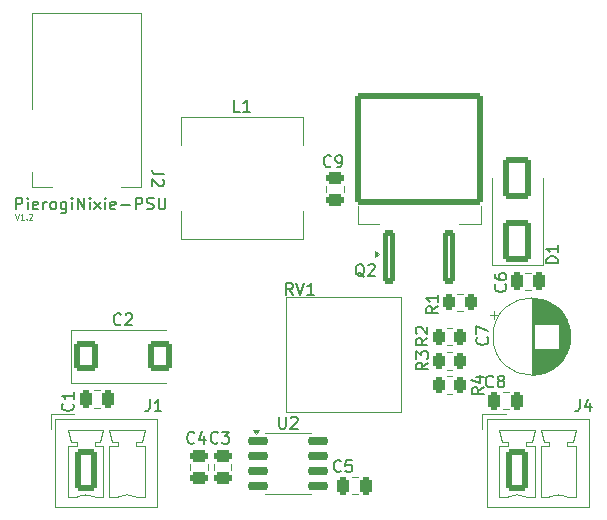
<source format=gto>
G04 #@! TF.GenerationSoftware,KiCad,Pcbnew,8.0.5*
G04 #@! TF.CreationDate,2025-01-03T23:13:30-05:00*
G04 #@! TF.ProjectId,PierogiNixiePSU,50696572-6f67-4694-9e69-786965505355,rev?*
G04 #@! TF.SameCoordinates,Original*
G04 #@! TF.FileFunction,Legend,Top*
G04 #@! TF.FilePolarity,Positive*
%FSLAX46Y46*%
G04 Gerber Fmt 4.6, Leading zero omitted, Abs format (unit mm)*
G04 Created by KiCad (PCBNEW 8.0.5) date 2025-01-03 23:13:30*
%MOMM*%
%LPD*%
G01*
G04 APERTURE LIST*
G04 Aperture macros list*
%AMRoundRect*
0 Rectangle with rounded corners*
0 $1 Rounding radius*
0 $2 $3 $4 $5 $6 $7 $8 $9 X,Y pos of 4 corners*
0 Add a 4 corners polygon primitive as box body*
4,1,4,$2,$3,$4,$5,$6,$7,$8,$9,$2,$3,0*
0 Add four circle primitives for the rounded corners*
1,1,$1+$1,$2,$3*
1,1,$1+$1,$4,$5*
1,1,$1+$1,$6,$7*
1,1,$1+$1,$8,$9*
0 Add four rect primitives between the rounded corners*
20,1,$1+$1,$2,$3,$4,$5,0*
20,1,$1+$1,$4,$5,$6,$7,0*
20,1,$1+$1,$6,$7,$8,$9,0*
20,1,$1+$1,$8,$9,$2,$3,0*%
G04 Aperture macros list end*
%ADD10C,0.200000*%
%ADD11C,0.100000*%
%ADD12C,0.150000*%
%ADD13C,0.120000*%
%ADD14RoundRect,0.250000X0.300000X-2.050000X0.300000X2.050000X-0.300000X2.050000X-0.300000X-2.050000X0*%
%ADD15RoundRect,0.250002X5.149998X-4.449998X5.149998X4.449998X-5.149998X4.449998X-5.149998X-4.449998X0*%
%ADD16C,3.500000*%
%ADD17R,3.175000X4.950000*%
%ADD18RoundRect,0.150000X-0.725000X-0.150000X0.725000X-0.150000X0.725000X0.150000X-0.725000X0.150000X0*%
%ADD19RoundRect,0.250000X-0.650000X-1.550000X0.650000X-1.550000X0.650000X1.550000X-0.650000X1.550000X0*%
%ADD20O,1.800000X3.600000*%
%ADD21RoundRect,0.250000X-0.475000X0.250000X-0.475000X-0.250000X0.475000X-0.250000X0.475000X0.250000X0*%
%ADD22RoundRect,0.250000X0.262500X0.450000X-0.262500X0.450000X-0.262500X-0.450000X0.262500X-0.450000X0*%
%ADD23RoundRect,0.250000X0.900000X-1.500000X0.900000X1.500000X-0.900000X1.500000X-0.900000X-1.500000X0*%
%ADD24R,4.500000X2.000000*%
%ADD25O,4.000000X2.000000*%
%ADD26O,2.000000X4.000000*%
%ADD27RoundRect,0.250000X0.250000X0.475000X-0.250000X0.475000X-0.250000X-0.475000X0.250000X-0.475000X0*%
%ADD28RoundRect,0.250000X-0.250000X-0.475000X0.250000X-0.475000X0.250000X0.475000X-0.250000X0.475000X0*%
%ADD29RoundRect,0.250000X-0.262500X-0.450000X0.262500X-0.450000X0.262500X0.450000X-0.262500X0.450000X0*%
%ADD30R,1.600000X1.600000*%
%ADD31C,1.600000*%
%ADD32C,1.440000*%
%ADD33RoundRect,0.250000X-0.787500X-1.025000X0.787500X-1.025000X0.787500X1.025000X-0.787500X1.025000X0*%
G04 APERTURE END LIST*
D10*
X21269673Y-32267219D02*
X21269673Y-31267219D01*
X21269673Y-31267219D02*
X21650625Y-31267219D01*
X21650625Y-31267219D02*
X21745863Y-31314838D01*
X21745863Y-31314838D02*
X21793482Y-31362457D01*
X21793482Y-31362457D02*
X21841101Y-31457695D01*
X21841101Y-31457695D02*
X21841101Y-31600552D01*
X21841101Y-31600552D02*
X21793482Y-31695790D01*
X21793482Y-31695790D02*
X21745863Y-31743409D01*
X21745863Y-31743409D02*
X21650625Y-31791028D01*
X21650625Y-31791028D02*
X21269673Y-31791028D01*
X22269673Y-32267219D02*
X22269673Y-31600552D01*
X22269673Y-31267219D02*
X22222054Y-31314838D01*
X22222054Y-31314838D02*
X22269673Y-31362457D01*
X22269673Y-31362457D02*
X22317292Y-31314838D01*
X22317292Y-31314838D02*
X22269673Y-31267219D01*
X22269673Y-31267219D02*
X22269673Y-31362457D01*
X23126815Y-32219600D02*
X23031577Y-32267219D01*
X23031577Y-32267219D02*
X22841101Y-32267219D01*
X22841101Y-32267219D02*
X22745863Y-32219600D01*
X22745863Y-32219600D02*
X22698244Y-32124361D01*
X22698244Y-32124361D02*
X22698244Y-31743409D01*
X22698244Y-31743409D02*
X22745863Y-31648171D01*
X22745863Y-31648171D02*
X22841101Y-31600552D01*
X22841101Y-31600552D02*
X23031577Y-31600552D01*
X23031577Y-31600552D02*
X23126815Y-31648171D01*
X23126815Y-31648171D02*
X23174434Y-31743409D01*
X23174434Y-31743409D02*
X23174434Y-31838647D01*
X23174434Y-31838647D02*
X22698244Y-31933885D01*
X23603006Y-32267219D02*
X23603006Y-31600552D01*
X23603006Y-31791028D02*
X23650625Y-31695790D01*
X23650625Y-31695790D02*
X23698244Y-31648171D01*
X23698244Y-31648171D02*
X23793482Y-31600552D01*
X23793482Y-31600552D02*
X23888720Y-31600552D01*
X24364911Y-32267219D02*
X24269673Y-32219600D01*
X24269673Y-32219600D02*
X24222054Y-32171980D01*
X24222054Y-32171980D02*
X24174435Y-32076742D01*
X24174435Y-32076742D02*
X24174435Y-31791028D01*
X24174435Y-31791028D02*
X24222054Y-31695790D01*
X24222054Y-31695790D02*
X24269673Y-31648171D01*
X24269673Y-31648171D02*
X24364911Y-31600552D01*
X24364911Y-31600552D02*
X24507768Y-31600552D01*
X24507768Y-31600552D02*
X24603006Y-31648171D01*
X24603006Y-31648171D02*
X24650625Y-31695790D01*
X24650625Y-31695790D02*
X24698244Y-31791028D01*
X24698244Y-31791028D02*
X24698244Y-32076742D01*
X24698244Y-32076742D02*
X24650625Y-32171980D01*
X24650625Y-32171980D02*
X24603006Y-32219600D01*
X24603006Y-32219600D02*
X24507768Y-32267219D01*
X24507768Y-32267219D02*
X24364911Y-32267219D01*
X25555387Y-31600552D02*
X25555387Y-32410076D01*
X25555387Y-32410076D02*
X25507768Y-32505314D01*
X25507768Y-32505314D02*
X25460149Y-32552933D01*
X25460149Y-32552933D02*
X25364911Y-32600552D01*
X25364911Y-32600552D02*
X25222054Y-32600552D01*
X25222054Y-32600552D02*
X25126816Y-32552933D01*
X25555387Y-32219600D02*
X25460149Y-32267219D01*
X25460149Y-32267219D02*
X25269673Y-32267219D01*
X25269673Y-32267219D02*
X25174435Y-32219600D01*
X25174435Y-32219600D02*
X25126816Y-32171980D01*
X25126816Y-32171980D02*
X25079197Y-32076742D01*
X25079197Y-32076742D02*
X25079197Y-31791028D01*
X25079197Y-31791028D02*
X25126816Y-31695790D01*
X25126816Y-31695790D02*
X25174435Y-31648171D01*
X25174435Y-31648171D02*
X25269673Y-31600552D01*
X25269673Y-31600552D02*
X25460149Y-31600552D01*
X25460149Y-31600552D02*
X25555387Y-31648171D01*
X26031578Y-32267219D02*
X26031578Y-31600552D01*
X26031578Y-31267219D02*
X25983959Y-31314838D01*
X25983959Y-31314838D02*
X26031578Y-31362457D01*
X26031578Y-31362457D02*
X26079197Y-31314838D01*
X26079197Y-31314838D02*
X26031578Y-31267219D01*
X26031578Y-31267219D02*
X26031578Y-31362457D01*
X26507768Y-32267219D02*
X26507768Y-31267219D01*
X26507768Y-31267219D02*
X27079196Y-32267219D01*
X27079196Y-32267219D02*
X27079196Y-31267219D01*
X27555387Y-32267219D02*
X27555387Y-31600552D01*
X27555387Y-31267219D02*
X27507768Y-31314838D01*
X27507768Y-31314838D02*
X27555387Y-31362457D01*
X27555387Y-31362457D02*
X27603006Y-31314838D01*
X27603006Y-31314838D02*
X27555387Y-31267219D01*
X27555387Y-31267219D02*
X27555387Y-31362457D01*
X27936339Y-32267219D02*
X28460148Y-31600552D01*
X27936339Y-31600552D02*
X28460148Y-32267219D01*
X28841101Y-32267219D02*
X28841101Y-31600552D01*
X28841101Y-31267219D02*
X28793482Y-31314838D01*
X28793482Y-31314838D02*
X28841101Y-31362457D01*
X28841101Y-31362457D02*
X28888720Y-31314838D01*
X28888720Y-31314838D02*
X28841101Y-31267219D01*
X28841101Y-31267219D02*
X28841101Y-31362457D01*
X29698243Y-32219600D02*
X29603005Y-32267219D01*
X29603005Y-32267219D02*
X29412529Y-32267219D01*
X29412529Y-32267219D02*
X29317291Y-32219600D01*
X29317291Y-32219600D02*
X29269672Y-32124361D01*
X29269672Y-32124361D02*
X29269672Y-31743409D01*
X29269672Y-31743409D02*
X29317291Y-31648171D01*
X29317291Y-31648171D02*
X29412529Y-31600552D01*
X29412529Y-31600552D02*
X29603005Y-31600552D01*
X29603005Y-31600552D02*
X29698243Y-31648171D01*
X29698243Y-31648171D02*
X29745862Y-31743409D01*
X29745862Y-31743409D02*
X29745862Y-31838647D01*
X29745862Y-31838647D02*
X29269672Y-31933885D01*
X30174434Y-31886266D02*
X30936339Y-31886266D01*
X31412529Y-32267219D02*
X31412529Y-31267219D01*
X31412529Y-31267219D02*
X31793481Y-31267219D01*
X31793481Y-31267219D02*
X31888719Y-31314838D01*
X31888719Y-31314838D02*
X31936338Y-31362457D01*
X31936338Y-31362457D02*
X31983957Y-31457695D01*
X31983957Y-31457695D02*
X31983957Y-31600552D01*
X31983957Y-31600552D02*
X31936338Y-31695790D01*
X31936338Y-31695790D02*
X31888719Y-31743409D01*
X31888719Y-31743409D02*
X31793481Y-31791028D01*
X31793481Y-31791028D02*
X31412529Y-31791028D01*
X32364910Y-32219600D02*
X32507767Y-32267219D01*
X32507767Y-32267219D02*
X32745862Y-32267219D01*
X32745862Y-32267219D02*
X32841100Y-32219600D01*
X32841100Y-32219600D02*
X32888719Y-32171980D01*
X32888719Y-32171980D02*
X32936338Y-32076742D01*
X32936338Y-32076742D02*
X32936338Y-31981504D01*
X32936338Y-31981504D02*
X32888719Y-31886266D01*
X32888719Y-31886266D02*
X32841100Y-31838647D01*
X32841100Y-31838647D02*
X32745862Y-31791028D01*
X32745862Y-31791028D02*
X32555386Y-31743409D01*
X32555386Y-31743409D02*
X32460148Y-31695790D01*
X32460148Y-31695790D02*
X32412529Y-31648171D01*
X32412529Y-31648171D02*
X32364910Y-31552933D01*
X32364910Y-31552933D02*
X32364910Y-31457695D01*
X32364910Y-31457695D02*
X32412529Y-31362457D01*
X32412529Y-31362457D02*
X32460148Y-31314838D01*
X32460148Y-31314838D02*
X32555386Y-31267219D01*
X32555386Y-31267219D02*
X32793481Y-31267219D01*
X32793481Y-31267219D02*
X32936338Y-31314838D01*
X33364910Y-31267219D02*
X33364910Y-32076742D01*
X33364910Y-32076742D02*
X33412529Y-32171980D01*
X33412529Y-32171980D02*
X33460148Y-32219600D01*
X33460148Y-32219600D02*
X33555386Y-32267219D01*
X33555386Y-32267219D02*
X33745862Y-32267219D01*
X33745862Y-32267219D02*
X33841100Y-32219600D01*
X33841100Y-32219600D02*
X33888719Y-32171980D01*
X33888719Y-32171980D02*
X33936338Y-32076742D01*
X33936338Y-32076742D02*
X33936338Y-31267219D01*
D11*
X21213408Y-32633609D02*
X21380074Y-33133609D01*
X21380074Y-33133609D02*
X21546741Y-32633609D01*
X21975312Y-33133609D02*
X21689598Y-33133609D01*
X21832455Y-33133609D02*
X21832455Y-32633609D01*
X21832455Y-32633609D02*
X21784836Y-32705038D01*
X21784836Y-32705038D02*
X21737217Y-32752657D01*
X21737217Y-32752657D02*
X21689598Y-32776466D01*
X22189597Y-33085990D02*
X22213407Y-33109800D01*
X22213407Y-33109800D02*
X22189597Y-33133609D01*
X22189597Y-33133609D02*
X22165788Y-33109800D01*
X22165788Y-33109800D02*
X22189597Y-33085990D01*
X22189597Y-33085990D02*
X22189597Y-33133609D01*
X22403883Y-32681228D02*
X22427692Y-32657419D01*
X22427692Y-32657419D02*
X22475311Y-32633609D01*
X22475311Y-32633609D02*
X22594359Y-32633609D01*
X22594359Y-32633609D02*
X22641978Y-32657419D01*
X22641978Y-32657419D02*
X22665787Y-32681228D01*
X22665787Y-32681228D02*
X22689597Y-32728847D01*
X22689597Y-32728847D02*
X22689597Y-32776466D01*
X22689597Y-32776466D02*
X22665787Y-32847895D01*
X22665787Y-32847895D02*
X22380073Y-33133609D01*
X22380073Y-33133609D02*
X22689597Y-33133609D01*
D12*
X50779761Y-37975057D02*
X50684523Y-37927438D01*
X50684523Y-37927438D02*
X50589285Y-37832200D01*
X50589285Y-37832200D02*
X50446428Y-37689342D01*
X50446428Y-37689342D02*
X50351190Y-37641723D01*
X50351190Y-37641723D02*
X50255952Y-37641723D01*
X50303571Y-37879819D02*
X50208333Y-37832200D01*
X50208333Y-37832200D02*
X50113095Y-37736961D01*
X50113095Y-37736961D02*
X50065476Y-37546485D01*
X50065476Y-37546485D02*
X50065476Y-37213152D01*
X50065476Y-37213152D02*
X50113095Y-37022676D01*
X50113095Y-37022676D02*
X50208333Y-36927438D01*
X50208333Y-36927438D02*
X50303571Y-36879819D01*
X50303571Y-36879819D02*
X50494047Y-36879819D01*
X50494047Y-36879819D02*
X50589285Y-36927438D01*
X50589285Y-36927438D02*
X50684523Y-37022676D01*
X50684523Y-37022676D02*
X50732142Y-37213152D01*
X50732142Y-37213152D02*
X50732142Y-37546485D01*
X50732142Y-37546485D02*
X50684523Y-37736961D01*
X50684523Y-37736961D02*
X50589285Y-37832200D01*
X50589285Y-37832200D02*
X50494047Y-37879819D01*
X50494047Y-37879819D02*
X50303571Y-37879819D01*
X51113095Y-36975057D02*
X51160714Y-36927438D01*
X51160714Y-36927438D02*
X51255952Y-36879819D01*
X51255952Y-36879819D02*
X51494047Y-36879819D01*
X51494047Y-36879819D02*
X51589285Y-36927438D01*
X51589285Y-36927438D02*
X51636904Y-36975057D01*
X51636904Y-36975057D02*
X51684523Y-37070295D01*
X51684523Y-37070295D02*
X51684523Y-37165533D01*
X51684523Y-37165533D02*
X51636904Y-37308390D01*
X51636904Y-37308390D02*
X51065476Y-37879819D01*
X51065476Y-37879819D02*
X51684523Y-37879819D01*
X40238333Y-23999819D02*
X39762143Y-23999819D01*
X39762143Y-23999819D02*
X39762143Y-22999819D01*
X41095476Y-23999819D02*
X40524048Y-23999819D01*
X40809762Y-23999819D02*
X40809762Y-22999819D01*
X40809762Y-22999819D02*
X40714524Y-23142676D01*
X40714524Y-23142676D02*
X40619286Y-23237914D01*
X40619286Y-23237914D02*
X40524048Y-23285533D01*
X43563095Y-49829819D02*
X43563095Y-50639342D01*
X43563095Y-50639342D02*
X43610714Y-50734580D01*
X43610714Y-50734580D02*
X43658333Y-50782200D01*
X43658333Y-50782200D02*
X43753571Y-50829819D01*
X43753571Y-50829819D02*
X43944047Y-50829819D01*
X43944047Y-50829819D02*
X44039285Y-50782200D01*
X44039285Y-50782200D02*
X44086904Y-50734580D01*
X44086904Y-50734580D02*
X44134523Y-50639342D01*
X44134523Y-50639342D02*
X44134523Y-49829819D01*
X44563095Y-49925057D02*
X44610714Y-49877438D01*
X44610714Y-49877438D02*
X44705952Y-49829819D01*
X44705952Y-49829819D02*
X44944047Y-49829819D01*
X44944047Y-49829819D02*
X45039285Y-49877438D01*
X45039285Y-49877438D02*
X45086904Y-49925057D01*
X45086904Y-49925057D02*
X45134523Y-50020295D01*
X45134523Y-50020295D02*
X45134523Y-50115533D01*
X45134523Y-50115533D02*
X45086904Y-50258390D01*
X45086904Y-50258390D02*
X44515476Y-50829819D01*
X44515476Y-50829819D02*
X45134523Y-50829819D01*
X32606666Y-48344819D02*
X32606666Y-49059104D01*
X32606666Y-49059104D02*
X32559047Y-49201961D01*
X32559047Y-49201961D02*
X32463809Y-49297200D01*
X32463809Y-49297200D02*
X32320952Y-49344819D01*
X32320952Y-49344819D02*
X32225714Y-49344819D01*
X33606666Y-49344819D02*
X33035238Y-49344819D01*
X33320952Y-49344819D02*
X33320952Y-48344819D01*
X33320952Y-48344819D02*
X33225714Y-48487676D01*
X33225714Y-48487676D02*
X33130476Y-48582914D01*
X33130476Y-48582914D02*
X33035238Y-48630533D01*
X36388333Y-52004580D02*
X36340714Y-52052200D01*
X36340714Y-52052200D02*
X36197857Y-52099819D01*
X36197857Y-52099819D02*
X36102619Y-52099819D01*
X36102619Y-52099819D02*
X35959762Y-52052200D01*
X35959762Y-52052200D02*
X35864524Y-51956961D01*
X35864524Y-51956961D02*
X35816905Y-51861723D01*
X35816905Y-51861723D02*
X35769286Y-51671247D01*
X35769286Y-51671247D02*
X35769286Y-51528390D01*
X35769286Y-51528390D02*
X35816905Y-51337914D01*
X35816905Y-51337914D02*
X35864524Y-51242676D01*
X35864524Y-51242676D02*
X35959762Y-51147438D01*
X35959762Y-51147438D02*
X36102619Y-51099819D01*
X36102619Y-51099819D02*
X36197857Y-51099819D01*
X36197857Y-51099819D02*
X36340714Y-51147438D01*
X36340714Y-51147438D02*
X36388333Y-51195057D01*
X37245476Y-51433152D02*
X37245476Y-52099819D01*
X37007381Y-51052200D02*
X36769286Y-51766485D01*
X36769286Y-51766485D02*
X37388333Y-51766485D01*
X60884819Y-47321666D02*
X60408628Y-47654999D01*
X60884819Y-47893094D02*
X59884819Y-47893094D01*
X59884819Y-47893094D02*
X59884819Y-47512142D01*
X59884819Y-47512142D02*
X59932438Y-47416904D01*
X59932438Y-47416904D02*
X59980057Y-47369285D01*
X59980057Y-47369285D02*
X60075295Y-47321666D01*
X60075295Y-47321666D02*
X60218152Y-47321666D01*
X60218152Y-47321666D02*
X60313390Y-47369285D01*
X60313390Y-47369285D02*
X60361009Y-47416904D01*
X60361009Y-47416904D02*
X60408628Y-47512142D01*
X60408628Y-47512142D02*
X60408628Y-47893094D01*
X60218152Y-46464523D02*
X60884819Y-46464523D01*
X59837200Y-46702618D02*
X60551485Y-46940713D01*
X60551485Y-46940713D02*
X60551485Y-46321666D01*
X67189819Y-36818094D02*
X66189819Y-36818094D01*
X66189819Y-36818094D02*
X66189819Y-36579999D01*
X66189819Y-36579999D02*
X66237438Y-36437142D01*
X66237438Y-36437142D02*
X66332676Y-36341904D01*
X66332676Y-36341904D02*
X66427914Y-36294285D01*
X66427914Y-36294285D02*
X66618390Y-36246666D01*
X66618390Y-36246666D02*
X66761247Y-36246666D01*
X66761247Y-36246666D02*
X66951723Y-36294285D01*
X66951723Y-36294285D02*
X67046961Y-36341904D01*
X67046961Y-36341904D02*
X67142200Y-36437142D01*
X67142200Y-36437142D02*
X67189819Y-36579999D01*
X67189819Y-36579999D02*
X67189819Y-36818094D01*
X67189819Y-35294285D02*
X67189819Y-35865713D01*
X67189819Y-35579999D02*
X66189819Y-35579999D01*
X66189819Y-35579999D02*
X66332676Y-35675237D01*
X66332676Y-35675237D02*
X66427914Y-35770475D01*
X66427914Y-35770475D02*
X66475533Y-35865713D01*
X57029819Y-40471666D02*
X56553628Y-40804999D01*
X57029819Y-41043094D02*
X56029819Y-41043094D01*
X56029819Y-41043094D02*
X56029819Y-40662142D01*
X56029819Y-40662142D02*
X56077438Y-40566904D01*
X56077438Y-40566904D02*
X56125057Y-40519285D01*
X56125057Y-40519285D02*
X56220295Y-40471666D01*
X56220295Y-40471666D02*
X56363152Y-40471666D01*
X56363152Y-40471666D02*
X56458390Y-40519285D01*
X56458390Y-40519285D02*
X56506009Y-40566904D01*
X56506009Y-40566904D02*
X56553628Y-40662142D01*
X56553628Y-40662142D02*
X56553628Y-41043094D01*
X57029819Y-39519285D02*
X57029819Y-40090713D01*
X57029819Y-39804999D02*
X56029819Y-39804999D01*
X56029819Y-39804999D02*
X56172676Y-39900237D01*
X56172676Y-39900237D02*
X56267914Y-39995475D01*
X56267914Y-39995475D02*
X56315533Y-40090713D01*
X33820180Y-29291666D02*
X33105895Y-29291666D01*
X33105895Y-29291666D02*
X32963038Y-29244047D01*
X32963038Y-29244047D02*
X32867800Y-29148809D01*
X32867800Y-29148809D02*
X32820180Y-29005952D01*
X32820180Y-29005952D02*
X32820180Y-28910714D01*
X33724942Y-29720238D02*
X33772561Y-29767857D01*
X33772561Y-29767857D02*
X33820180Y-29863095D01*
X33820180Y-29863095D02*
X33820180Y-30101190D01*
X33820180Y-30101190D02*
X33772561Y-30196428D01*
X33772561Y-30196428D02*
X33724942Y-30244047D01*
X33724942Y-30244047D02*
X33629704Y-30291666D01*
X33629704Y-30291666D02*
X33534466Y-30291666D01*
X33534466Y-30291666D02*
X33391609Y-30244047D01*
X33391609Y-30244047D02*
X32820180Y-29672619D01*
X32820180Y-29672619D02*
X32820180Y-30291666D01*
X61688333Y-47234580D02*
X61640714Y-47282200D01*
X61640714Y-47282200D02*
X61497857Y-47329819D01*
X61497857Y-47329819D02*
X61402619Y-47329819D01*
X61402619Y-47329819D02*
X61259762Y-47282200D01*
X61259762Y-47282200D02*
X61164524Y-47186961D01*
X61164524Y-47186961D02*
X61116905Y-47091723D01*
X61116905Y-47091723D02*
X61069286Y-46901247D01*
X61069286Y-46901247D02*
X61069286Y-46758390D01*
X61069286Y-46758390D02*
X61116905Y-46567914D01*
X61116905Y-46567914D02*
X61164524Y-46472676D01*
X61164524Y-46472676D02*
X61259762Y-46377438D01*
X61259762Y-46377438D02*
X61402619Y-46329819D01*
X61402619Y-46329819D02*
X61497857Y-46329819D01*
X61497857Y-46329819D02*
X61640714Y-46377438D01*
X61640714Y-46377438D02*
X61688333Y-46425057D01*
X62259762Y-46758390D02*
X62164524Y-46710771D01*
X62164524Y-46710771D02*
X62116905Y-46663152D01*
X62116905Y-46663152D02*
X62069286Y-46567914D01*
X62069286Y-46567914D02*
X62069286Y-46520295D01*
X62069286Y-46520295D02*
X62116905Y-46425057D01*
X62116905Y-46425057D02*
X62164524Y-46377438D01*
X62164524Y-46377438D02*
X62259762Y-46329819D01*
X62259762Y-46329819D02*
X62450238Y-46329819D01*
X62450238Y-46329819D02*
X62545476Y-46377438D01*
X62545476Y-46377438D02*
X62593095Y-46425057D01*
X62593095Y-46425057D02*
X62640714Y-46520295D01*
X62640714Y-46520295D02*
X62640714Y-46567914D01*
X62640714Y-46567914D02*
X62593095Y-46663152D01*
X62593095Y-46663152D02*
X62545476Y-46710771D01*
X62545476Y-46710771D02*
X62450238Y-46758390D01*
X62450238Y-46758390D02*
X62259762Y-46758390D01*
X62259762Y-46758390D02*
X62164524Y-46806009D01*
X62164524Y-46806009D02*
X62116905Y-46853628D01*
X62116905Y-46853628D02*
X62069286Y-46948866D01*
X62069286Y-46948866D02*
X62069286Y-47139342D01*
X62069286Y-47139342D02*
X62116905Y-47234580D01*
X62116905Y-47234580D02*
X62164524Y-47282200D01*
X62164524Y-47282200D02*
X62259762Y-47329819D01*
X62259762Y-47329819D02*
X62450238Y-47329819D01*
X62450238Y-47329819D02*
X62545476Y-47282200D01*
X62545476Y-47282200D02*
X62593095Y-47234580D01*
X62593095Y-47234580D02*
X62640714Y-47139342D01*
X62640714Y-47139342D02*
X62640714Y-46948866D01*
X62640714Y-46948866D02*
X62593095Y-46853628D01*
X62593095Y-46853628D02*
X62545476Y-46806009D01*
X62545476Y-46806009D02*
X62450238Y-46758390D01*
X48798333Y-54394580D02*
X48750714Y-54442200D01*
X48750714Y-54442200D02*
X48607857Y-54489819D01*
X48607857Y-54489819D02*
X48512619Y-54489819D01*
X48512619Y-54489819D02*
X48369762Y-54442200D01*
X48369762Y-54442200D02*
X48274524Y-54346961D01*
X48274524Y-54346961D02*
X48226905Y-54251723D01*
X48226905Y-54251723D02*
X48179286Y-54061247D01*
X48179286Y-54061247D02*
X48179286Y-53918390D01*
X48179286Y-53918390D02*
X48226905Y-53727914D01*
X48226905Y-53727914D02*
X48274524Y-53632676D01*
X48274524Y-53632676D02*
X48369762Y-53537438D01*
X48369762Y-53537438D02*
X48512619Y-53489819D01*
X48512619Y-53489819D02*
X48607857Y-53489819D01*
X48607857Y-53489819D02*
X48750714Y-53537438D01*
X48750714Y-53537438D02*
X48798333Y-53585057D01*
X49703095Y-53489819D02*
X49226905Y-53489819D01*
X49226905Y-53489819D02*
X49179286Y-53966009D01*
X49179286Y-53966009D02*
X49226905Y-53918390D01*
X49226905Y-53918390D02*
X49322143Y-53870771D01*
X49322143Y-53870771D02*
X49560238Y-53870771D01*
X49560238Y-53870771D02*
X49655476Y-53918390D01*
X49655476Y-53918390D02*
X49703095Y-53966009D01*
X49703095Y-53966009D02*
X49750714Y-54061247D01*
X49750714Y-54061247D02*
X49750714Y-54299342D01*
X49750714Y-54299342D02*
X49703095Y-54394580D01*
X49703095Y-54394580D02*
X49655476Y-54442200D01*
X49655476Y-54442200D02*
X49560238Y-54489819D01*
X49560238Y-54489819D02*
X49322143Y-54489819D01*
X49322143Y-54489819D02*
X49226905Y-54442200D01*
X49226905Y-54442200D02*
X49179286Y-54394580D01*
X69026666Y-48344819D02*
X69026666Y-49059104D01*
X69026666Y-49059104D02*
X68979047Y-49201961D01*
X68979047Y-49201961D02*
X68883809Y-49297200D01*
X68883809Y-49297200D02*
X68740952Y-49344819D01*
X68740952Y-49344819D02*
X68645714Y-49344819D01*
X69931428Y-48678152D02*
X69931428Y-49344819D01*
X69693333Y-48297200D02*
X69455238Y-49011485D01*
X69455238Y-49011485D02*
X70074285Y-49011485D01*
X47958333Y-28584580D02*
X47910714Y-28632200D01*
X47910714Y-28632200D02*
X47767857Y-28679819D01*
X47767857Y-28679819D02*
X47672619Y-28679819D01*
X47672619Y-28679819D02*
X47529762Y-28632200D01*
X47529762Y-28632200D02*
X47434524Y-28536961D01*
X47434524Y-28536961D02*
X47386905Y-28441723D01*
X47386905Y-28441723D02*
X47339286Y-28251247D01*
X47339286Y-28251247D02*
X47339286Y-28108390D01*
X47339286Y-28108390D02*
X47386905Y-27917914D01*
X47386905Y-27917914D02*
X47434524Y-27822676D01*
X47434524Y-27822676D02*
X47529762Y-27727438D01*
X47529762Y-27727438D02*
X47672619Y-27679819D01*
X47672619Y-27679819D02*
X47767857Y-27679819D01*
X47767857Y-27679819D02*
X47910714Y-27727438D01*
X47910714Y-27727438D02*
X47958333Y-27775057D01*
X48434524Y-28679819D02*
X48625000Y-28679819D01*
X48625000Y-28679819D02*
X48720238Y-28632200D01*
X48720238Y-28632200D02*
X48767857Y-28584580D01*
X48767857Y-28584580D02*
X48863095Y-28441723D01*
X48863095Y-28441723D02*
X48910714Y-28251247D01*
X48910714Y-28251247D02*
X48910714Y-27870295D01*
X48910714Y-27870295D02*
X48863095Y-27775057D01*
X48863095Y-27775057D02*
X48815476Y-27727438D01*
X48815476Y-27727438D02*
X48720238Y-27679819D01*
X48720238Y-27679819D02*
X48529762Y-27679819D01*
X48529762Y-27679819D02*
X48434524Y-27727438D01*
X48434524Y-27727438D02*
X48386905Y-27775057D01*
X48386905Y-27775057D02*
X48339286Y-27870295D01*
X48339286Y-27870295D02*
X48339286Y-28108390D01*
X48339286Y-28108390D02*
X48386905Y-28203628D01*
X48386905Y-28203628D02*
X48434524Y-28251247D01*
X48434524Y-28251247D02*
X48529762Y-28298866D01*
X48529762Y-28298866D02*
X48720238Y-28298866D01*
X48720238Y-28298866D02*
X48815476Y-28251247D01*
X48815476Y-28251247D02*
X48863095Y-28203628D01*
X48863095Y-28203628D02*
X48910714Y-28108390D01*
X56124819Y-43161666D02*
X55648628Y-43494999D01*
X56124819Y-43733094D02*
X55124819Y-43733094D01*
X55124819Y-43733094D02*
X55124819Y-43352142D01*
X55124819Y-43352142D02*
X55172438Y-43256904D01*
X55172438Y-43256904D02*
X55220057Y-43209285D01*
X55220057Y-43209285D02*
X55315295Y-43161666D01*
X55315295Y-43161666D02*
X55458152Y-43161666D01*
X55458152Y-43161666D02*
X55553390Y-43209285D01*
X55553390Y-43209285D02*
X55601009Y-43256904D01*
X55601009Y-43256904D02*
X55648628Y-43352142D01*
X55648628Y-43352142D02*
X55648628Y-43733094D01*
X55220057Y-42780713D02*
X55172438Y-42733094D01*
X55172438Y-42733094D02*
X55124819Y-42637856D01*
X55124819Y-42637856D02*
X55124819Y-42399761D01*
X55124819Y-42399761D02*
X55172438Y-42304523D01*
X55172438Y-42304523D02*
X55220057Y-42256904D01*
X55220057Y-42256904D02*
X55315295Y-42209285D01*
X55315295Y-42209285D02*
X55410533Y-42209285D01*
X55410533Y-42209285D02*
X55553390Y-42256904D01*
X55553390Y-42256904D02*
X56124819Y-42828332D01*
X56124819Y-42828332D02*
X56124819Y-42209285D01*
X61184580Y-43106907D02*
X61232200Y-43154526D01*
X61232200Y-43154526D02*
X61279819Y-43297383D01*
X61279819Y-43297383D02*
X61279819Y-43392621D01*
X61279819Y-43392621D02*
X61232200Y-43535478D01*
X61232200Y-43535478D02*
X61136961Y-43630716D01*
X61136961Y-43630716D02*
X61041723Y-43678335D01*
X61041723Y-43678335D02*
X60851247Y-43725954D01*
X60851247Y-43725954D02*
X60708390Y-43725954D01*
X60708390Y-43725954D02*
X60517914Y-43678335D01*
X60517914Y-43678335D02*
X60422676Y-43630716D01*
X60422676Y-43630716D02*
X60327438Y-43535478D01*
X60327438Y-43535478D02*
X60279819Y-43392621D01*
X60279819Y-43392621D02*
X60279819Y-43297383D01*
X60279819Y-43297383D02*
X60327438Y-43154526D01*
X60327438Y-43154526D02*
X60375057Y-43106907D01*
X60279819Y-42773573D02*
X60279819Y-42106907D01*
X60279819Y-42106907D02*
X61279819Y-42535478D01*
X26084580Y-48711666D02*
X26132200Y-48759285D01*
X26132200Y-48759285D02*
X26179819Y-48902142D01*
X26179819Y-48902142D02*
X26179819Y-48997380D01*
X26179819Y-48997380D02*
X26132200Y-49140237D01*
X26132200Y-49140237D02*
X26036961Y-49235475D01*
X26036961Y-49235475D02*
X25941723Y-49283094D01*
X25941723Y-49283094D02*
X25751247Y-49330713D01*
X25751247Y-49330713D02*
X25608390Y-49330713D01*
X25608390Y-49330713D02*
X25417914Y-49283094D01*
X25417914Y-49283094D02*
X25322676Y-49235475D01*
X25322676Y-49235475D02*
X25227438Y-49140237D01*
X25227438Y-49140237D02*
X25179819Y-48997380D01*
X25179819Y-48997380D02*
X25179819Y-48902142D01*
X25179819Y-48902142D02*
X25227438Y-48759285D01*
X25227438Y-48759285D02*
X25275057Y-48711666D01*
X26179819Y-47759285D02*
X26179819Y-48330713D01*
X26179819Y-48044999D02*
X25179819Y-48044999D01*
X25179819Y-48044999D02*
X25322676Y-48140237D01*
X25322676Y-48140237D02*
X25417914Y-48235475D01*
X25417914Y-48235475D02*
X25465533Y-48330713D01*
X44724761Y-39484819D02*
X44391428Y-39008628D01*
X44153333Y-39484819D02*
X44153333Y-38484819D01*
X44153333Y-38484819D02*
X44534285Y-38484819D01*
X44534285Y-38484819D02*
X44629523Y-38532438D01*
X44629523Y-38532438D02*
X44677142Y-38580057D01*
X44677142Y-38580057D02*
X44724761Y-38675295D01*
X44724761Y-38675295D02*
X44724761Y-38818152D01*
X44724761Y-38818152D02*
X44677142Y-38913390D01*
X44677142Y-38913390D02*
X44629523Y-38961009D01*
X44629523Y-38961009D02*
X44534285Y-39008628D01*
X44534285Y-39008628D02*
X44153333Y-39008628D01*
X45010476Y-38484819D02*
X45343809Y-39484819D01*
X45343809Y-39484819D02*
X45677142Y-38484819D01*
X46534285Y-39484819D02*
X45962857Y-39484819D01*
X46248571Y-39484819D02*
X46248571Y-38484819D01*
X46248571Y-38484819D02*
X46153333Y-38627676D01*
X46153333Y-38627676D02*
X46058095Y-38722914D01*
X46058095Y-38722914D02*
X45962857Y-38770533D01*
X56184819Y-45231666D02*
X55708628Y-45564999D01*
X56184819Y-45803094D02*
X55184819Y-45803094D01*
X55184819Y-45803094D02*
X55184819Y-45422142D01*
X55184819Y-45422142D02*
X55232438Y-45326904D01*
X55232438Y-45326904D02*
X55280057Y-45279285D01*
X55280057Y-45279285D02*
X55375295Y-45231666D01*
X55375295Y-45231666D02*
X55518152Y-45231666D01*
X55518152Y-45231666D02*
X55613390Y-45279285D01*
X55613390Y-45279285D02*
X55661009Y-45326904D01*
X55661009Y-45326904D02*
X55708628Y-45422142D01*
X55708628Y-45422142D02*
X55708628Y-45803094D01*
X55184819Y-44898332D02*
X55184819Y-44279285D01*
X55184819Y-44279285D02*
X55565771Y-44612618D01*
X55565771Y-44612618D02*
X55565771Y-44469761D01*
X55565771Y-44469761D02*
X55613390Y-44374523D01*
X55613390Y-44374523D02*
X55661009Y-44326904D01*
X55661009Y-44326904D02*
X55756247Y-44279285D01*
X55756247Y-44279285D02*
X55994342Y-44279285D01*
X55994342Y-44279285D02*
X56089580Y-44326904D01*
X56089580Y-44326904D02*
X56137200Y-44374523D01*
X56137200Y-44374523D02*
X56184819Y-44469761D01*
X56184819Y-44469761D02*
X56184819Y-44755475D01*
X56184819Y-44755475D02*
X56137200Y-44850713D01*
X56137200Y-44850713D02*
X56089580Y-44898332D01*
X38388333Y-51994580D02*
X38340714Y-52042200D01*
X38340714Y-52042200D02*
X38197857Y-52089819D01*
X38197857Y-52089819D02*
X38102619Y-52089819D01*
X38102619Y-52089819D02*
X37959762Y-52042200D01*
X37959762Y-52042200D02*
X37864524Y-51946961D01*
X37864524Y-51946961D02*
X37816905Y-51851723D01*
X37816905Y-51851723D02*
X37769286Y-51661247D01*
X37769286Y-51661247D02*
X37769286Y-51518390D01*
X37769286Y-51518390D02*
X37816905Y-51327914D01*
X37816905Y-51327914D02*
X37864524Y-51232676D01*
X37864524Y-51232676D02*
X37959762Y-51137438D01*
X37959762Y-51137438D02*
X38102619Y-51089819D01*
X38102619Y-51089819D02*
X38197857Y-51089819D01*
X38197857Y-51089819D02*
X38340714Y-51137438D01*
X38340714Y-51137438D02*
X38388333Y-51185057D01*
X38721667Y-51089819D02*
X39340714Y-51089819D01*
X39340714Y-51089819D02*
X39007381Y-51470771D01*
X39007381Y-51470771D02*
X39150238Y-51470771D01*
X39150238Y-51470771D02*
X39245476Y-51518390D01*
X39245476Y-51518390D02*
X39293095Y-51566009D01*
X39293095Y-51566009D02*
X39340714Y-51661247D01*
X39340714Y-51661247D02*
X39340714Y-51899342D01*
X39340714Y-51899342D02*
X39293095Y-51994580D01*
X39293095Y-51994580D02*
X39245476Y-52042200D01*
X39245476Y-52042200D02*
X39150238Y-52089819D01*
X39150238Y-52089819D02*
X38864524Y-52089819D01*
X38864524Y-52089819D02*
X38769286Y-52042200D01*
X38769286Y-52042200D02*
X38721667Y-51994580D01*
X62724580Y-38611666D02*
X62772200Y-38659285D01*
X62772200Y-38659285D02*
X62819819Y-38802142D01*
X62819819Y-38802142D02*
X62819819Y-38897380D01*
X62819819Y-38897380D02*
X62772200Y-39040237D01*
X62772200Y-39040237D02*
X62676961Y-39135475D01*
X62676961Y-39135475D02*
X62581723Y-39183094D01*
X62581723Y-39183094D02*
X62391247Y-39230713D01*
X62391247Y-39230713D02*
X62248390Y-39230713D01*
X62248390Y-39230713D02*
X62057914Y-39183094D01*
X62057914Y-39183094D02*
X61962676Y-39135475D01*
X61962676Y-39135475D02*
X61867438Y-39040237D01*
X61867438Y-39040237D02*
X61819819Y-38897380D01*
X61819819Y-38897380D02*
X61819819Y-38802142D01*
X61819819Y-38802142D02*
X61867438Y-38659285D01*
X61867438Y-38659285D02*
X61915057Y-38611666D01*
X61819819Y-37754523D02*
X61819819Y-37944999D01*
X61819819Y-37944999D02*
X61867438Y-38040237D01*
X61867438Y-38040237D02*
X61915057Y-38087856D01*
X61915057Y-38087856D02*
X62057914Y-38183094D01*
X62057914Y-38183094D02*
X62248390Y-38230713D01*
X62248390Y-38230713D02*
X62629342Y-38230713D01*
X62629342Y-38230713D02*
X62724580Y-38183094D01*
X62724580Y-38183094D02*
X62772200Y-38135475D01*
X62772200Y-38135475D02*
X62819819Y-38040237D01*
X62819819Y-38040237D02*
X62819819Y-37849761D01*
X62819819Y-37849761D02*
X62772200Y-37754523D01*
X62772200Y-37754523D02*
X62724580Y-37706904D01*
X62724580Y-37706904D02*
X62629342Y-37659285D01*
X62629342Y-37659285D02*
X62391247Y-37659285D01*
X62391247Y-37659285D02*
X62296009Y-37706904D01*
X62296009Y-37706904D02*
X62248390Y-37754523D01*
X62248390Y-37754523D02*
X62200771Y-37849761D01*
X62200771Y-37849761D02*
X62200771Y-38040237D01*
X62200771Y-38040237D02*
X62248390Y-38135475D01*
X62248390Y-38135475D02*
X62296009Y-38183094D01*
X62296009Y-38183094D02*
X62391247Y-38230713D01*
X30183333Y-41974580D02*
X30135714Y-42022200D01*
X30135714Y-42022200D02*
X29992857Y-42069819D01*
X29992857Y-42069819D02*
X29897619Y-42069819D01*
X29897619Y-42069819D02*
X29754762Y-42022200D01*
X29754762Y-42022200D02*
X29659524Y-41926961D01*
X29659524Y-41926961D02*
X29611905Y-41831723D01*
X29611905Y-41831723D02*
X29564286Y-41641247D01*
X29564286Y-41641247D02*
X29564286Y-41498390D01*
X29564286Y-41498390D02*
X29611905Y-41307914D01*
X29611905Y-41307914D02*
X29659524Y-41212676D01*
X29659524Y-41212676D02*
X29754762Y-41117438D01*
X29754762Y-41117438D02*
X29897619Y-41069819D01*
X29897619Y-41069819D02*
X29992857Y-41069819D01*
X29992857Y-41069819D02*
X30135714Y-41117438D01*
X30135714Y-41117438D02*
X30183333Y-41165057D01*
X30564286Y-41165057D02*
X30611905Y-41117438D01*
X30611905Y-41117438D02*
X30707143Y-41069819D01*
X30707143Y-41069819D02*
X30945238Y-41069819D01*
X30945238Y-41069819D02*
X31040476Y-41117438D01*
X31040476Y-41117438D02*
X31088095Y-41165057D01*
X31088095Y-41165057D02*
X31135714Y-41260295D01*
X31135714Y-41260295D02*
X31135714Y-41355533D01*
X31135714Y-41355533D02*
X31088095Y-41498390D01*
X31088095Y-41498390D02*
X30516667Y-42069819D01*
X30516667Y-42069819D02*
X31135714Y-42069819D01*
D13*
X50225000Y-32000000D02*
X50225000Y-33500000D01*
X50225000Y-33500000D02*
X52035000Y-33500000D01*
X60625000Y-32000000D02*
X60625000Y-33500000D01*
X60625000Y-33500000D02*
X58815000Y-33500000D01*
X52035000Y-36062500D02*
X51705000Y-36302500D01*
X51705000Y-35822500D01*
X52035000Y-36062500D01*
G36*
X52035000Y-36062500D02*
G01*
X51705000Y-36302500D01*
X51705000Y-35822500D01*
X52035000Y-36062500D01*
G37*
X35225000Y-24445000D02*
X45585000Y-24445000D01*
X35225000Y-26850000D02*
X35225000Y-24445000D01*
X35225000Y-32400000D02*
X35225000Y-34805000D01*
X35225000Y-34805000D02*
X45585000Y-34805000D01*
X45585000Y-24445000D02*
X45585000Y-26850000D01*
X45585000Y-34805000D02*
X45585000Y-32400000D01*
X44325000Y-51215000D02*
X42375000Y-51215000D01*
X44325000Y-51215000D02*
X46275000Y-51215000D01*
X44325000Y-56335000D02*
X42375000Y-56335000D01*
X44325000Y-56335000D02*
X46275000Y-56335000D01*
X41625000Y-51310000D02*
X41385000Y-50980000D01*
X41865000Y-50980000D01*
X41625000Y-51310000D01*
G36*
X41625000Y-51310000D02*
G01*
X41385000Y-50980000D01*
X41865000Y-50980000D01*
X41625000Y-51310000D01*
G37*
X24240000Y-49590000D02*
X26240000Y-49590000D01*
X24240000Y-50840000D02*
X24240000Y-49590000D01*
X24630000Y-49980000D02*
X24630000Y-57450000D01*
X24630000Y-57450000D02*
X33250000Y-57450000D01*
X25690000Y-50940000D02*
X28690000Y-50940000D01*
X25690000Y-52290000D02*
X26440000Y-52290000D01*
X25690000Y-56590000D02*
X25690000Y-52290000D01*
X25940000Y-51940000D02*
X25690000Y-50940000D01*
X26440000Y-51940000D02*
X25940000Y-51940000D01*
X26440000Y-52290000D02*
X26440000Y-51940000D01*
X26440000Y-56590000D02*
X25690000Y-56590000D01*
X27940000Y-51940000D02*
X27940000Y-52290000D01*
X27940000Y-52290000D02*
X28690000Y-52290000D01*
X28440000Y-51940000D02*
X27940000Y-51940000D01*
X28690000Y-50940000D02*
X28440000Y-51940000D01*
X28690000Y-52290000D02*
X28690000Y-56590000D01*
X28690000Y-56590000D02*
X27940000Y-56590000D01*
X29190000Y-50940000D02*
X32190000Y-50940000D01*
X29190000Y-52290000D02*
X29940000Y-52290000D01*
X29190000Y-56590000D02*
X29190000Y-52290000D01*
X29440000Y-51940000D02*
X29190000Y-50940000D01*
X29940000Y-51940000D02*
X29440000Y-51940000D01*
X29940000Y-52290000D02*
X29940000Y-51940000D01*
X29940000Y-56590000D02*
X29190000Y-56590000D01*
X31440000Y-51940000D02*
X31440000Y-52290000D01*
X31440000Y-52290000D02*
X32190000Y-52290000D01*
X31940000Y-51940000D02*
X31440000Y-51940000D01*
X32190000Y-50940000D02*
X31940000Y-51940000D01*
X32190000Y-52290000D02*
X32190000Y-56590000D01*
X32190000Y-56590000D02*
X31440000Y-56590000D01*
X33250000Y-49980000D02*
X24630000Y-49980000D01*
X33250000Y-57450000D02*
X33250000Y-49980000D01*
X26440000Y-56590000D02*
G75*
G02*
X27939647Y-56589844I750000J-1700000D01*
G01*
X29940000Y-56590000D02*
G75*
G02*
X31439647Y-56589844I750000J-1700000D01*
G01*
X36040000Y-53793748D02*
X36040000Y-54316252D01*
X37510000Y-53793748D02*
X37510000Y-54316252D01*
X58227064Y-46390000D02*
X57772936Y-46390000D01*
X58227064Y-47860000D02*
X57772936Y-47860000D01*
X61585000Y-36990000D02*
X61585000Y-29580000D01*
X61585000Y-36990000D02*
X65885000Y-36990000D01*
X65885000Y-36990000D02*
X65885000Y-29580000D01*
X59122064Y-39390000D02*
X58667936Y-39390000D01*
X59122064Y-40860000D02*
X58667936Y-40860000D01*
X22655000Y-15605000D02*
X22655000Y-23725000D01*
X22655000Y-29125000D02*
X22655000Y-30345000D01*
X22655000Y-30345000D02*
X24325000Y-30345000D01*
X30225000Y-30345000D02*
X31895000Y-30345000D01*
X31895000Y-15605000D02*
X22655000Y-15605000D01*
X31895000Y-30345000D02*
X31895000Y-15605000D01*
X63006252Y-47710000D02*
X62483748Y-47710000D01*
X63006252Y-49180000D02*
X62483748Y-49180000D01*
X49703748Y-54920000D02*
X50226252Y-54920000D01*
X49703748Y-56390000D02*
X50226252Y-56390000D01*
X60760000Y-49590000D02*
X62760000Y-49590000D01*
X60760000Y-50840000D02*
X60760000Y-49590000D01*
X61150000Y-49980000D02*
X61150000Y-57450000D01*
X61150000Y-57450000D02*
X69770000Y-57450000D01*
X62210000Y-50940000D02*
X65210000Y-50940000D01*
X62210000Y-52290000D02*
X62960000Y-52290000D01*
X62210000Y-56590000D02*
X62210000Y-52290000D01*
X62460000Y-51940000D02*
X62210000Y-50940000D01*
X62960000Y-51940000D02*
X62460000Y-51940000D01*
X62960000Y-52290000D02*
X62960000Y-51940000D01*
X62960000Y-56590000D02*
X62210000Y-56590000D01*
X64460000Y-51940000D02*
X64460000Y-52290000D01*
X64460000Y-52290000D02*
X65210000Y-52290000D01*
X64960000Y-51940000D02*
X64460000Y-51940000D01*
X65210000Y-50940000D02*
X64960000Y-51940000D01*
X65210000Y-52290000D02*
X65210000Y-56590000D01*
X65210000Y-56590000D02*
X64460000Y-56590000D01*
X65710000Y-50940000D02*
X68710000Y-50940000D01*
X65710000Y-52290000D02*
X66460000Y-52290000D01*
X65710000Y-56590000D02*
X65710000Y-52290000D01*
X65960000Y-51940000D02*
X65710000Y-50940000D01*
X66460000Y-51940000D02*
X65960000Y-51940000D01*
X66460000Y-52290000D02*
X66460000Y-51940000D01*
X66460000Y-56590000D02*
X65710000Y-56590000D01*
X67960000Y-51940000D02*
X67960000Y-52290000D01*
X67960000Y-52290000D02*
X68710000Y-52290000D01*
X68460000Y-51940000D02*
X67960000Y-51940000D01*
X68710000Y-50940000D02*
X68460000Y-51940000D01*
X68710000Y-52290000D02*
X68710000Y-56590000D01*
X68710000Y-56590000D02*
X67960000Y-56590000D01*
X69770000Y-49980000D02*
X61150000Y-49980000D01*
X69770000Y-57450000D02*
X69770000Y-49980000D01*
X62960000Y-56590000D02*
G75*
G02*
X64459647Y-56589844I750000J-1700000D01*
G01*
X66460000Y-56590000D02*
G75*
G02*
X67959647Y-56589844I750000J-1700000D01*
G01*
X47560000Y-30263748D02*
X47560000Y-30786252D01*
X49030000Y-30263748D02*
X49030000Y-30786252D01*
X57772936Y-42290000D02*
X58227064Y-42290000D01*
X57772936Y-43760000D02*
X58227064Y-43760000D01*
X61459518Y-41186000D02*
X62089518Y-41186000D01*
X61774518Y-40871000D02*
X61774518Y-41501000D01*
X64959759Y-39795000D02*
X64959759Y-46255000D01*
X64999759Y-39795000D02*
X64999759Y-46255000D01*
X65039759Y-39795000D02*
X65039759Y-46255000D01*
X65079759Y-39797000D02*
X65079759Y-46253000D01*
X65119759Y-39798000D02*
X65119759Y-46252000D01*
X65159759Y-39801000D02*
X65159759Y-46249000D01*
X65199759Y-39803000D02*
X65199759Y-41985000D01*
X65199759Y-44065000D02*
X65199759Y-46247000D01*
X65239759Y-39807000D02*
X65239759Y-41985000D01*
X65239759Y-44065000D02*
X65239759Y-46243000D01*
X65279759Y-39810000D02*
X65279759Y-41985000D01*
X65279759Y-44065000D02*
X65279759Y-46240000D01*
X65319759Y-39814000D02*
X65319759Y-41985000D01*
X65319759Y-44065000D02*
X65319759Y-46236000D01*
X65359759Y-39819000D02*
X65359759Y-41985000D01*
X65359759Y-44065000D02*
X65359759Y-46231000D01*
X65399759Y-39824000D02*
X65399759Y-41985000D01*
X65399759Y-44065000D02*
X65399759Y-46226000D01*
X65439759Y-39830000D02*
X65439759Y-41985000D01*
X65439759Y-44065000D02*
X65439759Y-46220000D01*
X65479759Y-39836000D02*
X65479759Y-41985000D01*
X65479759Y-44065000D02*
X65479759Y-46214000D01*
X65519759Y-39843000D02*
X65519759Y-41985000D01*
X65519759Y-44065000D02*
X65519759Y-46207000D01*
X65559759Y-39850000D02*
X65559759Y-41985000D01*
X65559759Y-44065000D02*
X65559759Y-46200000D01*
X65599759Y-39858000D02*
X65599759Y-41985000D01*
X65599759Y-44065000D02*
X65599759Y-46192000D01*
X65639759Y-39866000D02*
X65639759Y-41985000D01*
X65639759Y-44065000D02*
X65639759Y-46184000D01*
X65680759Y-39875000D02*
X65680759Y-41985000D01*
X65680759Y-44065000D02*
X65680759Y-46175000D01*
X65720759Y-39884000D02*
X65720759Y-41985000D01*
X65720759Y-44065000D02*
X65720759Y-46166000D01*
X65760759Y-39894000D02*
X65760759Y-41985000D01*
X65760759Y-44065000D02*
X65760759Y-46156000D01*
X65800759Y-39904000D02*
X65800759Y-41985000D01*
X65800759Y-44065000D02*
X65800759Y-46146000D01*
X65840759Y-39915000D02*
X65840759Y-41985000D01*
X65840759Y-44065000D02*
X65840759Y-46135000D01*
X65880759Y-39927000D02*
X65880759Y-41985000D01*
X65880759Y-44065000D02*
X65880759Y-46123000D01*
X65920759Y-39939000D02*
X65920759Y-41985000D01*
X65920759Y-44065000D02*
X65920759Y-46111000D01*
X65960759Y-39951000D02*
X65960759Y-41985000D01*
X65960759Y-44065000D02*
X65960759Y-46099000D01*
X66000759Y-39964000D02*
X66000759Y-41985000D01*
X66000759Y-44065000D02*
X66000759Y-46086000D01*
X66040759Y-39978000D02*
X66040759Y-41985000D01*
X66040759Y-44065000D02*
X66040759Y-46072000D01*
X66080759Y-39992000D02*
X66080759Y-41985000D01*
X66080759Y-44065000D02*
X66080759Y-46058000D01*
X66120759Y-40007000D02*
X66120759Y-41985000D01*
X66120759Y-44065000D02*
X66120759Y-46043000D01*
X66160759Y-40023000D02*
X66160759Y-41985000D01*
X66160759Y-44065000D02*
X66160759Y-46027000D01*
X66200759Y-40039000D02*
X66200759Y-41985000D01*
X66200759Y-44065000D02*
X66200759Y-46011000D01*
X66240759Y-40055000D02*
X66240759Y-41985000D01*
X66240759Y-44065000D02*
X66240759Y-45995000D01*
X66280759Y-40073000D02*
X66280759Y-41985000D01*
X66280759Y-44065000D02*
X66280759Y-45977000D01*
X66320759Y-40091000D02*
X66320759Y-41985000D01*
X66320759Y-44065000D02*
X66320759Y-45959000D01*
X66360759Y-40109000D02*
X66360759Y-41985000D01*
X66360759Y-44065000D02*
X66360759Y-45941000D01*
X66400759Y-40129000D02*
X66400759Y-41985000D01*
X66400759Y-44065000D02*
X66400759Y-45921000D01*
X66440759Y-40149000D02*
X66440759Y-41985000D01*
X66440759Y-44065000D02*
X66440759Y-45901000D01*
X66480759Y-40169000D02*
X66480759Y-41985000D01*
X66480759Y-44065000D02*
X66480759Y-45881000D01*
X66520759Y-40191000D02*
X66520759Y-41985000D01*
X66520759Y-44065000D02*
X66520759Y-45859000D01*
X66560759Y-40213000D02*
X66560759Y-41985000D01*
X66560759Y-44065000D02*
X66560759Y-45837000D01*
X66600759Y-40235000D02*
X66600759Y-41985000D01*
X66600759Y-44065000D02*
X66600759Y-45815000D01*
X66640759Y-40259000D02*
X66640759Y-41985000D01*
X66640759Y-44065000D02*
X66640759Y-45791000D01*
X66680759Y-40283000D02*
X66680759Y-41985000D01*
X66680759Y-44065000D02*
X66680759Y-45767000D01*
X66720759Y-40309000D02*
X66720759Y-41985000D01*
X66720759Y-44065000D02*
X66720759Y-45741000D01*
X66760759Y-40335000D02*
X66760759Y-41985000D01*
X66760759Y-44065000D02*
X66760759Y-45715000D01*
X66800759Y-40361000D02*
X66800759Y-41985000D01*
X66800759Y-44065000D02*
X66800759Y-45689000D01*
X66840759Y-40389000D02*
X66840759Y-41985000D01*
X66840759Y-44065000D02*
X66840759Y-45661000D01*
X66880759Y-40418000D02*
X66880759Y-41985000D01*
X66880759Y-44065000D02*
X66880759Y-45632000D01*
X66920759Y-40447000D02*
X66920759Y-41985000D01*
X66920759Y-44065000D02*
X66920759Y-45603000D01*
X66960759Y-40477000D02*
X66960759Y-41985000D01*
X66960759Y-44065000D02*
X66960759Y-45573000D01*
X67000759Y-40509000D02*
X67000759Y-41985000D01*
X67000759Y-44065000D02*
X67000759Y-45541000D01*
X67040759Y-40541000D02*
X67040759Y-41985000D01*
X67040759Y-44065000D02*
X67040759Y-45509000D01*
X67080759Y-40575000D02*
X67080759Y-41985000D01*
X67080759Y-44065000D02*
X67080759Y-45475000D01*
X67120759Y-40609000D02*
X67120759Y-41985000D01*
X67120759Y-44065000D02*
X67120759Y-45441000D01*
X67160759Y-40645000D02*
X67160759Y-41985000D01*
X67160759Y-44065000D02*
X67160759Y-45405000D01*
X67200759Y-40682000D02*
X67200759Y-41985000D01*
X67200759Y-44065000D02*
X67200759Y-45368000D01*
X67240759Y-40720000D02*
X67240759Y-41985000D01*
X67240759Y-44065000D02*
X67240759Y-45330000D01*
X67280759Y-40760000D02*
X67280759Y-45290000D01*
X67320759Y-40801000D02*
X67320759Y-45249000D01*
X67360759Y-40843000D02*
X67360759Y-45207000D01*
X67400759Y-40888000D02*
X67400759Y-45162000D01*
X67440759Y-40933000D02*
X67440759Y-45117000D01*
X67480759Y-40981000D02*
X67480759Y-45069000D01*
X67520759Y-41030000D02*
X67520759Y-45020000D01*
X67560759Y-41081000D02*
X67560759Y-44969000D01*
X67600759Y-41135000D02*
X67600759Y-44915000D01*
X67640759Y-41191000D02*
X67640759Y-44859000D01*
X67680759Y-41249000D02*
X67680759Y-44801000D01*
X67720759Y-41311000D02*
X67720759Y-44739000D01*
X67760759Y-41375000D02*
X67760759Y-44675000D01*
X67800759Y-41444000D02*
X67800759Y-44606000D01*
X67840759Y-41516000D02*
X67840759Y-44534000D01*
X67880759Y-41593000D02*
X67880759Y-44457000D01*
X67920759Y-41675000D02*
X67920759Y-44375000D01*
X67960759Y-41763000D02*
X67960759Y-44287000D01*
X68000759Y-41860000D02*
X68000759Y-44190000D01*
X68040759Y-41966000D02*
X68040759Y-44084000D01*
X68080759Y-42085000D02*
X68080759Y-43965000D01*
X68120759Y-42223000D02*
X68120759Y-43827000D01*
X68160759Y-42392000D02*
X68160759Y-43658000D01*
X68200759Y-42623000D02*
X68200759Y-43427000D01*
X68229759Y-43025000D02*
G75*
G02*
X61689759Y-43025000I-3270000J0D01*
G01*
X61689759Y-43025000D02*
G75*
G02*
X68229759Y-43025000I3270000J0D01*
G01*
X27893748Y-47570000D02*
X28416252Y-47570000D01*
X27893748Y-49040000D02*
X28416252Y-49040000D01*
X44135000Y-39660000D02*
X44135000Y-49430000D01*
X44135000Y-39660000D02*
X53905000Y-39660000D01*
X44135000Y-49430000D02*
X53905000Y-49430000D01*
X53905000Y-39660000D02*
X53905000Y-49430000D01*
X58227064Y-44360000D02*
X57772936Y-44360000D01*
X58227064Y-45830000D02*
X57772936Y-45830000D01*
X38050000Y-53793748D02*
X38050000Y-54316252D01*
X39520000Y-53793748D02*
X39520000Y-54316252D01*
X64393748Y-37610000D02*
X64916252Y-37610000D01*
X64393748Y-39080000D02*
X64916252Y-39080000D01*
X25940000Y-42455000D02*
X25940000Y-46975000D01*
X25940000Y-46975000D02*
X34000000Y-46975000D01*
X34000000Y-42455000D02*
X25940000Y-42455000D01*
%LPC*%
D14*
X52885000Y-36325000D03*
D15*
X55425000Y-27175000D03*
D14*
X57965000Y-36325000D03*
D16*
X56455000Y-53225000D03*
D17*
X35897500Y-29625000D03*
X44912500Y-29625000D03*
D18*
X41750000Y-51870000D03*
X41750000Y-53140000D03*
X41750000Y-54410000D03*
X41750000Y-55680000D03*
X46900000Y-55680000D03*
X46900000Y-54410000D03*
X46900000Y-53140000D03*
X46900000Y-51870000D03*
D16*
X39155000Y-39675000D03*
D19*
X27190000Y-54340000D03*
D20*
X30690000Y-54340000D03*
D21*
X36775000Y-53105000D03*
X36775000Y-55005000D03*
D22*
X58912500Y-47125000D03*
X57087500Y-47125000D03*
D23*
X63735000Y-34980000D03*
X63735000Y-29580000D03*
D22*
X59807500Y-40125000D03*
X57982500Y-40125000D03*
D24*
X27275000Y-29625000D03*
D25*
X27275000Y-23425000D03*
D26*
X22575000Y-26425000D03*
D27*
X63695000Y-48445000D03*
X61795000Y-48445000D03*
D28*
X49015000Y-55655000D03*
X50915000Y-55655000D03*
D19*
X63710000Y-54340000D03*
D20*
X67210000Y-54340000D03*
D21*
X48295000Y-29575000D03*
X48295000Y-31475000D03*
D29*
X57087500Y-43025000D03*
X58912500Y-43025000D03*
D30*
X63709759Y-43025000D03*
D31*
X66209759Y-43025000D03*
D28*
X27205000Y-48305000D03*
X29105000Y-48305000D03*
D32*
X49035000Y-47085000D03*
X51575000Y-44545000D03*
X49035000Y-42005000D03*
D22*
X58912500Y-45095000D03*
X57087500Y-45095000D03*
D21*
X38785000Y-53105000D03*
X38785000Y-55005000D03*
D28*
X63705000Y-38345000D03*
X65605000Y-38345000D03*
D33*
X27237500Y-44715000D03*
X33462500Y-44715000D03*
%LPD*%
M02*

</source>
